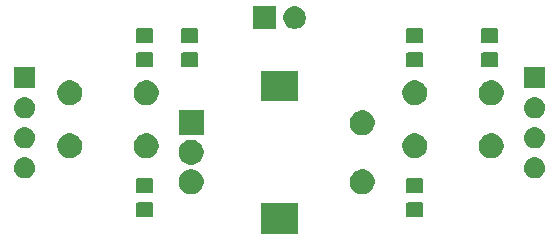
<source format=gbr>
G04 #@! TF.GenerationSoftware,KiCad,Pcbnew,(5.0.2-5)-5*
G04 #@! TF.CreationDate,2019-10-01T20:51:56+03:00*
G04 #@! TF.ProjectId,nav_panel,6e61765f-7061-46e6-956c-2e6b69636164,rev?*
G04 #@! TF.SameCoordinates,Original*
G04 #@! TF.FileFunction,Soldermask,Bot*
G04 #@! TF.FilePolarity,Negative*
%FSLAX46Y46*%
G04 Gerber Fmt 4.6, Leading zero omitted, Abs format (unit mm)*
G04 Created by KiCad (PCBNEW (5.0.2-5)-5) date 2019 October 01, Tuesday 20:51:56*
%MOMM*%
%LPD*%
G01*
G04 APERTURE LIST*
%ADD10C,0.100000*%
G04 APERTURE END LIST*
D10*
G36*
X150148000Y-99571000D02*
X147046000Y-99571000D01*
X147046000Y-96969000D01*
X150148000Y-96969000D01*
X150148000Y-99571000D01*
X150148000Y-99571000D01*
G37*
G36*
X160608677Y-96923465D02*
X160646364Y-96934898D01*
X160681103Y-96953466D01*
X160711548Y-96978452D01*
X160736534Y-97008897D01*
X160755102Y-97043636D01*
X160766535Y-97081323D01*
X160771000Y-97126661D01*
X160771000Y-97963339D01*
X160766535Y-98008677D01*
X160755102Y-98046364D01*
X160736534Y-98081103D01*
X160711548Y-98111548D01*
X160681103Y-98136534D01*
X160646364Y-98155102D01*
X160608677Y-98166535D01*
X160563339Y-98171000D01*
X159476661Y-98171000D01*
X159431323Y-98166535D01*
X159393636Y-98155102D01*
X159358897Y-98136534D01*
X159328452Y-98111548D01*
X159303466Y-98081103D01*
X159284898Y-98046364D01*
X159273465Y-98008677D01*
X159269000Y-97963339D01*
X159269000Y-97126661D01*
X159273465Y-97081323D01*
X159284898Y-97043636D01*
X159303466Y-97008897D01*
X159328452Y-96978452D01*
X159358897Y-96953466D01*
X159393636Y-96934898D01*
X159431323Y-96923465D01*
X159476661Y-96919000D01*
X160563339Y-96919000D01*
X160608677Y-96923465D01*
X160608677Y-96923465D01*
G37*
G36*
X137748677Y-96923465D02*
X137786364Y-96934898D01*
X137821103Y-96953466D01*
X137851548Y-96978452D01*
X137876534Y-97008897D01*
X137895102Y-97043636D01*
X137906535Y-97081323D01*
X137911000Y-97126661D01*
X137911000Y-97963339D01*
X137906535Y-98008677D01*
X137895102Y-98046364D01*
X137876534Y-98081103D01*
X137851548Y-98111548D01*
X137821103Y-98136534D01*
X137786364Y-98155102D01*
X137748677Y-98166535D01*
X137703339Y-98171000D01*
X136616661Y-98171000D01*
X136571323Y-98166535D01*
X136533636Y-98155102D01*
X136498897Y-98136534D01*
X136468452Y-98111548D01*
X136443466Y-98081103D01*
X136424898Y-98046364D01*
X136413465Y-98008677D01*
X136409000Y-97963339D01*
X136409000Y-97126661D01*
X136413465Y-97081323D01*
X136424898Y-97043636D01*
X136443466Y-97008897D01*
X136468452Y-96978452D01*
X136498897Y-96953466D01*
X136533636Y-96934898D01*
X136571323Y-96923465D01*
X136616661Y-96919000D01*
X137703339Y-96919000D01*
X137748677Y-96923465D01*
X137748677Y-96923465D01*
G37*
G36*
X155903565Y-94159389D02*
X156094834Y-94238615D01*
X156266976Y-94353637D01*
X156413363Y-94500024D01*
X156528385Y-94672166D01*
X156607611Y-94863435D01*
X156648000Y-95066484D01*
X156648000Y-95273516D01*
X156607611Y-95476565D01*
X156528385Y-95667834D01*
X156413363Y-95839976D01*
X156266976Y-95986363D01*
X156094834Y-96101385D01*
X155903565Y-96180611D01*
X155700516Y-96221000D01*
X155493484Y-96221000D01*
X155290435Y-96180611D01*
X155099166Y-96101385D01*
X154927024Y-95986363D01*
X154780637Y-95839976D01*
X154665615Y-95667834D01*
X154586389Y-95476565D01*
X154546000Y-95273516D01*
X154546000Y-95066484D01*
X154586389Y-94863435D01*
X154665615Y-94672166D01*
X154780637Y-94500024D01*
X154927024Y-94353637D01*
X155099166Y-94238615D01*
X155290435Y-94159389D01*
X155493484Y-94119000D01*
X155700516Y-94119000D01*
X155903565Y-94159389D01*
X155903565Y-94159389D01*
G37*
G36*
X141403565Y-94159389D02*
X141594834Y-94238615D01*
X141766976Y-94353637D01*
X141913363Y-94500024D01*
X142028385Y-94672166D01*
X142107611Y-94863435D01*
X142148000Y-95066484D01*
X142148000Y-95273516D01*
X142107611Y-95476565D01*
X142028385Y-95667834D01*
X141913363Y-95839976D01*
X141766976Y-95986363D01*
X141594834Y-96101385D01*
X141403565Y-96180611D01*
X141200516Y-96221000D01*
X140993484Y-96221000D01*
X140790435Y-96180611D01*
X140599166Y-96101385D01*
X140427024Y-95986363D01*
X140280637Y-95839976D01*
X140165615Y-95667834D01*
X140086389Y-95476565D01*
X140046000Y-95273516D01*
X140046000Y-95066484D01*
X140086389Y-94863435D01*
X140165615Y-94672166D01*
X140280637Y-94500024D01*
X140427024Y-94353637D01*
X140599166Y-94238615D01*
X140790435Y-94159389D01*
X140993484Y-94119000D01*
X141200516Y-94119000D01*
X141403565Y-94159389D01*
X141403565Y-94159389D01*
G37*
G36*
X160608677Y-94873465D02*
X160646364Y-94884898D01*
X160681103Y-94903466D01*
X160711548Y-94928452D01*
X160736534Y-94958897D01*
X160755102Y-94993636D01*
X160766535Y-95031323D01*
X160771000Y-95076661D01*
X160771000Y-95913339D01*
X160766535Y-95958677D01*
X160755102Y-95996364D01*
X160736534Y-96031103D01*
X160711548Y-96061548D01*
X160681103Y-96086534D01*
X160646364Y-96105102D01*
X160608677Y-96116535D01*
X160563339Y-96121000D01*
X159476661Y-96121000D01*
X159431323Y-96116535D01*
X159393636Y-96105102D01*
X159358897Y-96086534D01*
X159328452Y-96061548D01*
X159303466Y-96031103D01*
X159284898Y-95996364D01*
X159273465Y-95958677D01*
X159269000Y-95913339D01*
X159269000Y-95076661D01*
X159273465Y-95031323D01*
X159284898Y-94993636D01*
X159303466Y-94958897D01*
X159328452Y-94928452D01*
X159358897Y-94903466D01*
X159393636Y-94884898D01*
X159431323Y-94873465D01*
X159476661Y-94869000D01*
X160563339Y-94869000D01*
X160608677Y-94873465D01*
X160608677Y-94873465D01*
G37*
G36*
X137748677Y-94873465D02*
X137786364Y-94884898D01*
X137821103Y-94903466D01*
X137851548Y-94928452D01*
X137876534Y-94958897D01*
X137895102Y-94993636D01*
X137906535Y-95031323D01*
X137911000Y-95076661D01*
X137911000Y-95913339D01*
X137906535Y-95958677D01*
X137895102Y-95996364D01*
X137876534Y-96031103D01*
X137851548Y-96061548D01*
X137821103Y-96086534D01*
X137786364Y-96105102D01*
X137748677Y-96116535D01*
X137703339Y-96121000D01*
X136616661Y-96121000D01*
X136571323Y-96116535D01*
X136533636Y-96105102D01*
X136498897Y-96086534D01*
X136468452Y-96061548D01*
X136443466Y-96031103D01*
X136424898Y-95996364D01*
X136413465Y-95958677D01*
X136409000Y-95913339D01*
X136409000Y-95076661D01*
X136413465Y-95031323D01*
X136424898Y-94993636D01*
X136443466Y-94958897D01*
X136468452Y-94928452D01*
X136498897Y-94903466D01*
X136533636Y-94884898D01*
X136571323Y-94873465D01*
X136616661Y-94869000D01*
X137703339Y-94869000D01*
X137748677Y-94873465D01*
X137748677Y-94873465D01*
G37*
G36*
X127110443Y-93085519D02*
X127176627Y-93092037D01*
X127289853Y-93126384D01*
X127346467Y-93143557D01*
X127485087Y-93217652D01*
X127502991Y-93227222D01*
X127538729Y-93256552D01*
X127640186Y-93339814D01*
X127723448Y-93441271D01*
X127752778Y-93477009D01*
X127752779Y-93477011D01*
X127836443Y-93633533D01*
X127836443Y-93633534D01*
X127887963Y-93803373D01*
X127905359Y-93980000D01*
X127887963Y-94156627D01*
X127863092Y-94238615D01*
X127836443Y-94326467D01*
X127821921Y-94353635D01*
X127752778Y-94482991D01*
X127723448Y-94518729D01*
X127640186Y-94620186D01*
X127538729Y-94703448D01*
X127502991Y-94732778D01*
X127502989Y-94732779D01*
X127346467Y-94816443D01*
X127289853Y-94833616D01*
X127176627Y-94867963D01*
X127120763Y-94873465D01*
X127044260Y-94881000D01*
X126955740Y-94881000D01*
X126879237Y-94873465D01*
X126823373Y-94867963D01*
X126710147Y-94833616D01*
X126653533Y-94816443D01*
X126497011Y-94732779D01*
X126497009Y-94732778D01*
X126461271Y-94703448D01*
X126359814Y-94620186D01*
X126276552Y-94518729D01*
X126247222Y-94482991D01*
X126178079Y-94353635D01*
X126163557Y-94326467D01*
X126136908Y-94238615D01*
X126112037Y-94156627D01*
X126094641Y-93980000D01*
X126112037Y-93803373D01*
X126163557Y-93633534D01*
X126163557Y-93633533D01*
X126247221Y-93477011D01*
X126247222Y-93477009D01*
X126276552Y-93441271D01*
X126359814Y-93339814D01*
X126461271Y-93256552D01*
X126497009Y-93227222D01*
X126514913Y-93217652D01*
X126653533Y-93143557D01*
X126710147Y-93126384D01*
X126823373Y-93092037D01*
X126889557Y-93085519D01*
X126955740Y-93079000D01*
X127044260Y-93079000D01*
X127110443Y-93085519D01*
X127110443Y-93085519D01*
G37*
G36*
X170290443Y-93085519D02*
X170356627Y-93092037D01*
X170469853Y-93126384D01*
X170526467Y-93143557D01*
X170665087Y-93217652D01*
X170682991Y-93227222D01*
X170718729Y-93256552D01*
X170820186Y-93339814D01*
X170903448Y-93441271D01*
X170932778Y-93477009D01*
X170932779Y-93477011D01*
X171016443Y-93633533D01*
X171016443Y-93633534D01*
X171067963Y-93803373D01*
X171085359Y-93980000D01*
X171067963Y-94156627D01*
X171043092Y-94238615D01*
X171016443Y-94326467D01*
X171001921Y-94353635D01*
X170932778Y-94482991D01*
X170903448Y-94518729D01*
X170820186Y-94620186D01*
X170718729Y-94703448D01*
X170682991Y-94732778D01*
X170682989Y-94732779D01*
X170526467Y-94816443D01*
X170469853Y-94833616D01*
X170356627Y-94867963D01*
X170300763Y-94873465D01*
X170224260Y-94881000D01*
X170135740Y-94881000D01*
X170059237Y-94873465D01*
X170003373Y-94867963D01*
X169890147Y-94833616D01*
X169833533Y-94816443D01*
X169677011Y-94732779D01*
X169677009Y-94732778D01*
X169641271Y-94703448D01*
X169539814Y-94620186D01*
X169456552Y-94518729D01*
X169427222Y-94482991D01*
X169358079Y-94353635D01*
X169343557Y-94326467D01*
X169316908Y-94238615D01*
X169292037Y-94156627D01*
X169274641Y-93980000D01*
X169292037Y-93803373D01*
X169343557Y-93633534D01*
X169343557Y-93633533D01*
X169427221Y-93477011D01*
X169427222Y-93477009D01*
X169456552Y-93441271D01*
X169539814Y-93339814D01*
X169641271Y-93256552D01*
X169677009Y-93227222D01*
X169694913Y-93217652D01*
X169833533Y-93143557D01*
X169890147Y-93126384D01*
X170003373Y-93092037D01*
X170069557Y-93085519D01*
X170135740Y-93079000D01*
X170224260Y-93079000D01*
X170290443Y-93085519D01*
X170290443Y-93085519D01*
G37*
G36*
X141403565Y-91659389D02*
X141594834Y-91738615D01*
X141766976Y-91853637D01*
X141913363Y-92000024D01*
X142028385Y-92172166D01*
X142107611Y-92363435D01*
X142148000Y-92566484D01*
X142148000Y-92773516D01*
X142107611Y-92976565D01*
X142028385Y-93167834D01*
X141913363Y-93339976D01*
X141766976Y-93486363D01*
X141594834Y-93601385D01*
X141403565Y-93680611D01*
X141200516Y-93721000D01*
X140993484Y-93721000D01*
X140790435Y-93680611D01*
X140599166Y-93601385D01*
X140427024Y-93486363D01*
X140280637Y-93339976D01*
X140165615Y-93167834D01*
X140086389Y-92976565D01*
X140046000Y-92773516D01*
X140046000Y-92566484D01*
X140086389Y-92363435D01*
X140165615Y-92172166D01*
X140280637Y-92000024D01*
X140427024Y-91853637D01*
X140599166Y-91738615D01*
X140790435Y-91659389D01*
X140993484Y-91619000D01*
X141200516Y-91619000D01*
X141403565Y-91659389D01*
X141403565Y-91659389D01*
G37*
G36*
X166826565Y-91119389D02*
X167017834Y-91198615D01*
X167189976Y-91313637D01*
X167336363Y-91460024D01*
X167451385Y-91632166D01*
X167530611Y-91823435D01*
X167571000Y-92026484D01*
X167571000Y-92233516D01*
X167530611Y-92436565D01*
X167451385Y-92627834D01*
X167336363Y-92799976D01*
X167189976Y-92946363D01*
X167017834Y-93061385D01*
X166826565Y-93140611D01*
X166623516Y-93181000D01*
X166416484Y-93181000D01*
X166213435Y-93140611D01*
X166022166Y-93061385D01*
X165850024Y-92946363D01*
X165703637Y-92799976D01*
X165588615Y-92627834D01*
X165509389Y-92436565D01*
X165469000Y-92233516D01*
X165469000Y-92026484D01*
X165509389Y-91823435D01*
X165588615Y-91632166D01*
X165703637Y-91460024D01*
X165850024Y-91313637D01*
X166022166Y-91198615D01*
X166213435Y-91119389D01*
X166416484Y-91079000D01*
X166623516Y-91079000D01*
X166826565Y-91119389D01*
X166826565Y-91119389D01*
G37*
G36*
X160326565Y-91119389D02*
X160517834Y-91198615D01*
X160689976Y-91313637D01*
X160836363Y-91460024D01*
X160951385Y-91632166D01*
X161030611Y-91823435D01*
X161071000Y-92026484D01*
X161071000Y-92233516D01*
X161030611Y-92436565D01*
X160951385Y-92627834D01*
X160836363Y-92799976D01*
X160689976Y-92946363D01*
X160517834Y-93061385D01*
X160326565Y-93140611D01*
X160123516Y-93181000D01*
X159916484Y-93181000D01*
X159713435Y-93140611D01*
X159522166Y-93061385D01*
X159350024Y-92946363D01*
X159203637Y-92799976D01*
X159088615Y-92627834D01*
X159009389Y-92436565D01*
X158969000Y-92233516D01*
X158969000Y-92026484D01*
X159009389Y-91823435D01*
X159088615Y-91632166D01*
X159203637Y-91460024D01*
X159350024Y-91313637D01*
X159522166Y-91198615D01*
X159713435Y-91119389D01*
X159916484Y-91079000D01*
X160123516Y-91079000D01*
X160326565Y-91119389D01*
X160326565Y-91119389D01*
G37*
G36*
X137616565Y-91119389D02*
X137807834Y-91198615D01*
X137979976Y-91313637D01*
X138126363Y-91460024D01*
X138241385Y-91632166D01*
X138320611Y-91823435D01*
X138361000Y-92026484D01*
X138361000Y-92233516D01*
X138320611Y-92436565D01*
X138241385Y-92627834D01*
X138126363Y-92799976D01*
X137979976Y-92946363D01*
X137807834Y-93061385D01*
X137616565Y-93140611D01*
X137413516Y-93181000D01*
X137206484Y-93181000D01*
X137003435Y-93140611D01*
X136812166Y-93061385D01*
X136640024Y-92946363D01*
X136493637Y-92799976D01*
X136378615Y-92627834D01*
X136299389Y-92436565D01*
X136259000Y-92233516D01*
X136259000Y-92026484D01*
X136299389Y-91823435D01*
X136378615Y-91632166D01*
X136493637Y-91460024D01*
X136640024Y-91313637D01*
X136812166Y-91198615D01*
X137003435Y-91119389D01*
X137206484Y-91079000D01*
X137413516Y-91079000D01*
X137616565Y-91119389D01*
X137616565Y-91119389D01*
G37*
G36*
X131116565Y-91119389D02*
X131307834Y-91198615D01*
X131479976Y-91313637D01*
X131626363Y-91460024D01*
X131741385Y-91632166D01*
X131820611Y-91823435D01*
X131861000Y-92026484D01*
X131861000Y-92233516D01*
X131820611Y-92436565D01*
X131741385Y-92627834D01*
X131626363Y-92799976D01*
X131479976Y-92946363D01*
X131307834Y-93061385D01*
X131116565Y-93140611D01*
X130913516Y-93181000D01*
X130706484Y-93181000D01*
X130503435Y-93140611D01*
X130312166Y-93061385D01*
X130140024Y-92946363D01*
X129993637Y-92799976D01*
X129878615Y-92627834D01*
X129799389Y-92436565D01*
X129759000Y-92233516D01*
X129759000Y-92026484D01*
X129799389Y-91823435D01*
X129878615Y-91632166D01*
X129993637Y-91460024D01*
X130140024Y-91313637D01*
X130312166Y-91198615D01*
X130503435Y-91119389D01*
X130706484Y-91079000D01*
X130913516Y-91079000D01*
X131116565Y-91119389D01*
X131116565Y-91119389D01*
G37*
G36*
X170290443Y-90545519D02*
X170356627Y-90552037D01*
X170469853Y-90586384D01*
X170526467Y-90603557D01*
X170646719Y-90667834D01*
X170682991Y-90687222D01*
X170718729Y-90716552D01*
X170820186Y-90799814D01*
X170903448Y-90901271D01*
X170932778Y-90937009D01*
X170932779Y-90937011D01*
X171016443Y-91093533D01*
X171018825Y-91101385D01*
X171067963Y-91263373D01*
X171085359Y-91440000D01*
X171067963Y-91616627D01*
X171063249Y-91632166D01*
X171016443Y-91786467D01*
X170996683Y-91823435D01*
X170932778Y-91942991D01*
X170903448Y-91978729D01*
X170820186Y-92080186D01*
X170718729Y-92163448D01*
X170682991Y-92192778D01*
X170682989Y-92192779D01*
X170526467Y-92276443D01*
X170469853Y-92293616D01*
X170356627Y-92327963D01*
X170290443Y-92334481D01*
X170224260Y-92341000D01*
X170135740Y-92341000D01*
X170069557Y-92334481D01*
X170003373Y-92327963D01*
X169890147Y-92293616D01*
X169833533Y-92276443D01*
X169677011Y-92192779D01*
X169677009Y-92192778D01*
X169641271Y-92163448D01*
X169539814Y-92080186D01*
X169456552Y-91978729D01*
X169427222Y-91942991D01*
X169363317Y-91823435D01*
X169343557Y-91786467D01*
X169296751Y-91632166D01*
X169292037Y-91616627D01*
X169274641Y-91440000D01*
X169292037Y-91263373D01*
X169341175Y-91101385D01*
X169343557Y-91093533D01*
X169427221Y-90937011D01*
X169427222Y-90937009D01*
X169456552Y-90901271D01*
X169539814Y-90799814D01*
X169641271Y-90716552D01*
X169677009Y-90687222D01*
X169713281Y-90667834D01*
X169833533Y-90603557D01*
X169890147Y-90586384D01*
X170003373Y-90552037D01*
X170069558Y-90545518D01*
X170135740Y-90539000D01*
X170224260Y-90539000D01*
X170290443Y-90545519D01*
X170290443Y-90545519D01*
G37*
G36*
X127110443Y-90545519D02*
X127176627Y-90552037D01*
X127289853Y-90586384D01*
X127346467Y-90603557D01*
X127466719Y-90667834D01*
X127502991Y-90687222D01*
X127538729Y-90716552D01*
X127640186Y-90799814D01*
X127723448Y-90901271D01*
X127752778Y-90937009D01*
X127752779Y-90937011D01*
X127836443Y-91093533D01*
X127838825Y-91101385D01*
X127887963Y-91263373D01*
X127905359Y-91440000D01*
X127887963Y-91616627D01*
X127883249Y-91632166D01*
X127836443Y-91786467D01*
X127816683Y-91823435D01*
X127752778Y-91942991D01*
X127723448Y-91978729D01*
X127640186Y-92080186D01*
X127538729Y-92163448D01*
X127502991Y-92192778D01*
X127502989Y-92192779D01*
X127346467Y-92276443D01*
X127289853Y-92293616D01*
X127176627Y-92327963D01*
X127110443Y-92334481D01*
X127044260Y-92341000D01*
X126955740Y-92341000D01*
X126889557Y-92334481D01*
X126823373Y-92327963D01*
X126710147Y-92293616D01*
X126653533Y-92276443D01*
X126497011Y-92192779D01*
X126497009Y-92192778D01*
X126461271Y-92163448D01*
X126359814Y-92080186D01*
X126276552Y-91978729D01*
X126247222Y-91942991D01*
X126183317Y-91823435D01*
X126163557Y-91786467D01*
X126116751Y-91632166D01*
X126112037Y-91616627D01*
X126094641Y-91440000D01*
X126112037Y-91263373D01*
X126161175Y-91101385D01*
X126163557Y-91093533D01*
X126247221Y-90937011D01*
X126247222Y-90937009D01*
X126276552Y-90901271D01*
X126359814Y-90799814D01*
X126461271Y-90716552D01*
X126497009Y-90687222D01*
X126533281Y-90667834D01*
X126653533Y-90603557D01*
X126710147Y-90586384D01*
X126823373Y-90552037D01*
X126889557Y-90545519D01*
X126955740Y-90539000D01*
X127044260Y-90539000D01*
X127110443Y-90545519D01*
X127110443Y-90545519D01*
G37*
G36*
X142148000Y-91221000D02*
X140046000Y-91221000D01*
X140046000Y-89119000D01*
X142148000Y-89119000D01*
X142148000Y-91221000D01*
X142148000Y-91221000D01*
G37*
G36*
X155903565Y-89159389D02*
X156094834Y-89238615D01*
X156266976Y-89353637D01*
X156413363Y-89500024D01*
X156528385Y-89672166D01*
X156607611Y-89863435D01*
X156648000Y-90066484D01*
X156648000Y-90273516D01*
X156607611Y-90476565D01*
X156528385Y-90667834D01*
X156413363Y-90839976D01*
X156266976Y-90986363D01*
X156094834Y-91101385D01*
X155903565Y-91180611D01*
X155700516Y-91221000D01*
X155493484Y-91221000D01*
X155290435Y-91180611D01*
X155099166Y-91101385D01*
X154927024Y-90986363D01*
X154780637Y-90839976D01*
X154665615Y-90667834D01*
X154586389Y-90476565D01*
X154546000Y-90273516D01*
X154546000Y-90066484D01*
X154586389Y-89863435D01*
X154665615Y-89672166D01*
X154780637Y-89500024D01*
X154927024Y-89353637D01*
X155099166Y-89238615D01*
X155290435Y-89159389D01*
X155493484Y-89119000D01*
X155700516Y-89119000D01*
X155903565Y-89159389D01*
X155903565Y-89159389D01*
G37*
G36*
X127110443Y-88005519D02*
X127176627Y-88012037D01*
X127289853Y-88046384D01*
X127346467Y-88063557D01*
X127466719Y-88127834D01*
X127502991Y-88147222D01*
X127538729Y-88176552D01*
X127640186Y-88259814D01*
X127723448Y-88361271D01*
X127752778Y-88397009D01*
X127752779Y-88397011D01*
X127836443Y-88553533D01*
X127838825Y-88561385D01*
X127887963Y-88723373D01*
X127905359Y-88900000D01*
X127887963Y-89076627D01*
X127875109Y-89119000D01*
X127836443Y-89246467D01*
X127762348Y-89385087D01*
X127752778Y-89402991D01*
X127723448Y-89438729D01*
X127640186Y-89540186D01*
X127538729Y-89623448D01*
X127502991Y-89652778D01*
X127502989Y-89652779D01*
X127346467Y-89736443D01*
X127289853Y-89753616D01*
X127176627Y-89787963D01*
X127110443Y-89794481D01*
X127044260Y-89801000D01*
X126955740Y-89801000D01*
X126889557Y-89794481D01*
X126823373Y-89787963D01*
X126710147Y-89753616D01*
X126653533Y-89736443D01*
X126497011Y-89652779D01*
X126497009Y-89652778D01*
X126461271Y-89623448D01*
X126359814Y-89540186D01*
X126276552Y-89438729D01*
X126247222Y-89402991D01*
X126237652Y-89385087D01*
X126163557Y-89246467D01*
X126124891Y-89119000D01*
X126112037Y-89076627D01*
X126094641Y-88900000D01*
X126112037Y-88723373D01*
X126161175Y-88561385D01*
X126163557Y-88553533D01*
X126247221Y-88397011D01*
X126247222Y-88397009D01*
X126276552Y-88361271D01*
X126359814Y-88259814D01*
X126461271Y-88176552D01*
X126497009Y-88147222D01*
X126533281Y-88127834D01*
X126653533Y-88063557D01*
X126710147Y-88046384D01*
X126823373Y-88012037D01*
X126889557Y-88005519D01*
X126955740Y-87999000D01*
X127044260Y-87999000D01*
X127110443Y-88005519D01*
X127110443Y-88005519D01*
G37*
G36*
X170290443Y-88005519D02*
X170356627Y-88012037D01*
X170469853Y-88046384D01*
X170526467Y-88063557D01*
X170646719Y-88127834D01*
X170682991Y-88147222D01*
X170718729Y-88176552D01*
X170820186Y-88259814D01*
X170903448Y-88361271D01*
X170932778Y-88397009D01*
X170932779Y-88397011D01*
X171016443Y-88553533D01*
X171018825Y-88561385D01*
X171067963Y-88723373D01*
X171085359Y-88900000D01*
X171067963Y-89076627D01*
X171055109Y-89119000D01*
X171016443Y-89246467D01*
X170942348Y-89385087D01*
X170932778Y-89402991D01*
X170903448Y-89438729D01*
X170820186Y-89540186D01*
X170718729Y-89623448D01*
X170682991Y-89652778D01*
X170682989Y-89652779D01*
X170526467Y-89736443D01*
X170469853Y-89753616D01*
X170356627Y-89787963D01*
X170290443Y-89794481D01*
X170224260Y-89801000D01*
X170135740Y-89801000D01*
X170069557Y-89794481D01*
X170003373Y-89787963D01*
X169890147Y-89753616D01*
X169833533Y-89736443D01*
X169677011Y-89652779D01*
X169677009Y-89652778D01*
X169641271Y-89623448D01*
X169539814Y-89540186D01*
X169456552Y-89438729D01*
X169427222Y-89402991D01*
X169417652Y-89385087D01*
X169343557Y-89246467D01*
X169304891Y-89119000D01*
X169292037Y-89076627D01*
X169274641Y-88900000D01*
X169292037Y-88723373D01*
X169341175Y-88561385D01*
X169343557Y-88553533D01*
X169427221Y-88397011D01*
X169427222Y-88397009D01*
X169456552Y-88361271D01*
X169539814Y-88259814D01*
X169641271Y-88176552D01*
X169677009Y-88147222D01*
X169713281Y-88127834D01*
X169833533Y-88063557D01*
X169890147Y-88046384D01*
X170003373Y-88012037D01*
X170069557Y-88005519D01*
X170135740Y-87999000D01*
X170224260Y-87999000D01*
X170290443Y-88005519D01*
X170290443Y-88005519D01*
G37*
G36*
X166826565Y-86619389D02*
X167017834Y-86698615D01*
X167189976Y-86813637D01*
X167336363Y-86960024D01*
X167451385Y-87132166D01*
X167530611Y-87323435D01*
X167571000Y-87526484D01*
X167571000Y-87733516D01*
X167530611Y-87936565D01*
X167451385Y-88127834D01*
X167336363Y-88299976D01*
X167189976Y-88446363D01*
X167017834Y-88561385D01*
X166826565Y-88640611D01*
X166623516Y-88681000D01*
X166416484Y-88681000D01*
X166213435Y-88640611D01*
X166022166Y-88561385D01*
X165850024Y-88446363D01*
X165703637Y-88299976D01*
X165588615Y-88127834D01*
X165509389Y-87936565D01*
X165469000Y-87733516D01*
X165469000Y-87526484D01*
X165509389Y-87323435D01*
X165588615Y-87132166D01*
X165703637Y-86960024D01*
X165850024Y-86813637D01*
X166022166Y-86698615D01*
X166213435Y-86619389D01*
X166416484Y-86579000D01*
X166623516Y-86579000D01*
X166826565Y-86619389D01*
X166826565Y-86619389D01*
G37*
G36*
X160326565Y-86619389D02*
X160517834Y-86698615D01*
X160689976Y-86813637D01*
X160836363Y-86960024D01*
X160951385Y-87132166D01*
X161030611Y-87323435D01*
X161071000Y-87526484D01*
X161071000Y-87733516D01*
X161030611Y-87936565D01*
X160951385Y-88127834D01*
X160836363Y-88299976D01*
X160689976Y-88446363D01*
X160517834Y-88561385D01*
X160326565Y-88640611D01*
X160123516Y-88681000D01*
X159916484Y-88681000D01*
X159713435Y-88640611D01*
X159522166Y-88561385D01*
X159350024Y-88446363D01*
X159203637Y-88299976D01*
X159088615Y-88127834D01*
X159009389Y-87936565D01*
X158969000Y-87733516D01*
X158969000Y-87526484D01*
X159009389Y-87323435D01*
X159088615Y-87132166D01*
X159203637Y-86960024D01*
X159350024Y-86813637D01*
X159522166Y-86698615D01*
X159713435Y-86619389D01*
X159916484Y-86579000D01*
X160123516Y-86579000D01*
X160326565Y-86619389D01*
X160326565Y-86619389D01*
G37*
G36*
X131116565Y-86619389D02*
X131307834Y-86698615D01*
X131479976Y-86813637D01*
X131626363Y-86960024D01*
X131741385Y-87132166D01*
X131820611Y-87323435D01*
X131861000Y-87526484D01*
X131861000Y-87733516D01*
X131820611Y-87936565D01*
X131741385Y-88127834D01*
X131626363Y-88299976D01*
X131479976Y-88446363D01*
X131307834Y-88561385D01*
X131116565Y-88640611D01*
X130913516Y-88681000D01*
X130706484Y-88681000D01*
X130503435Y-88640611D01*
X130312166Y-88561385D01*
X130140024Y-88446363D01*
X129993637Y-88299976D01*
X129878615Y-88127834D01*
X129799389Y-87936565D01*
X129759000Y-87733516D01*
X129759000Y-87526484D01*
X129799389Y-87323435D01*
X129878615Y-87132166D01*
X129993637Y-86960024D01*
X130140024Y-86813637D01*
X130312166Y-86698615D01*
X130503435Y-86619389D01*
X130706484Y-86579000D01*
X130913516Y-86579000D01*
X131116565Y-86619389D01*
X131116565Y-86619389D01*
G37*
G36*
X137616565Y-86619389D02*
X137807834Y-86698615D01*
X137979976Y-86813637D01*
X138126363Y-86960024D01*
X138241385Y-87132166D01*
X138320611Y-87323435D01*
X138361000Y-87526484D01*
X138361000Y-87733516D01*
X138320611Y-87936565D01*
X138241385Y-88127834D01*
X138126363Y-88299976D01*
X137979976Y-88446363D01*
X137807834Y-88561385D01*
X137616565Y-88640611D01*
X137413516Y-88681000D01*
X137206484Y-88681000D01*
X137003435Y-88640611D01*
X136812166Y-88561385D01*
X136640024Y-88446363D01*
X136493637Y-88299976D01*
X136378615Y-88127834D01*
X136299389Y-87936565D01*
X136259000Y-87733516D01*
X136259000Y-87526484D01*
X136299389Y-87323435D01*
X136378615Y-87132166D01*
X136493637Y-86960024D01*
X136640024Y-86813637D01*
X136812166Y-86698615D01*
X137003435Y-86619389D01*
X137206484Y-86579000D01*
X137413516Y-86579000D01*
X137616565Y-86619389D01*
X137616565Y-86619389D01*
G37*
G36*
X150148000Y-88371000D02*
X147046000Y-88371000D01*
X147046000Y-85769000D01*
X150148000Y-85769000D01*
X150148000Y-88371000D01*
X150148000Y-88371000D01*
G37*
G36*
X171081000Y-87261000D02*
X169279000Y-87261000D01*
X169279000Y-85459000D01*
X171081000Y-85459000D01*
X171081000Y-87261000D01*
X171081000Y-87261000D01*
G37*
G36*
X127901000Y-87261000D02*
X126099000Y-87261000D01*
X126099000Y-85459000D01*
X127901000Y-85459000D01*
X127901000Y-87261000D01*
X127901000Y-87261000D01*
G37*
G36*
X166958677Y-84223465D02*
X166996364Y-84234898D01*
X167031103Y-84253466D01*
X167061548Y-84278452D01*
X167086534Y-84308897D01*
X167105102Y-84343636D01*
X167116535Y-84381323D01*
X167121000Y-84426661D01*
X167121000Y-85263339D01*
X167116535Y-85308677D01*
X167105102Y-85346364D01*
X167086534Y-85381103D01*
X167061548Y-85411548D01*
X167031103Y-85436534D01*
X166996364Y-85455102D01*
X166958677Y-85466535D01*
X166913339Y-85471000D01*
X165826661Y-85471000D01*
X165781323Y-85466535D01*
X165743636Y-85455102D01*
X165708897Y-85436534D01*
X165678452Y-85411548D01*
X165653466Y-85381103D01*
X165634898Y-85346364D01*
X165623465Y-85308677D01*
X165619000Y-85263339D01*
X165619000Y-84426661D01*
X165623465Y-84381323D01*
X165634898Y-84343636D01*
X165653466Y-84308897D01*
X165678452Y-84278452D01*
X165708897Y-84253466D01*
X165743636Y-84234898D01*
X165781323Y-84223465D01*
X165826661Y-84219000D01*
X166913339Y-84219000D01*
X166958677Y-84223465D01*
X166958677Y-84223465D01*
G37*
G36*
X141558677Y-84223465D02*
X141596364Y-84234898D01*
X141631103Y-84253466D01*
X141661548Y-84278452D01*
X141686534Y-84308897D01*
X141705102Y-84343636D01*
X141716535Y-84381323D01*
X141721000Y-84426661D01*
X141721000Y-85263339D01*
X141716535Y-85308677D01*
X141705102Y-85346364D01*
X141686534Y-85381103D01*
X141661548Y-85411548D01*
X141631103Y-85436534D01*
X141596364Y-85455102D01*
X141558677Y-85466535D01*
X141513339Y-85471000D01*
X140426661Y-85471000D01*
X140381323Y-85466535D01*
X140343636Y-85455102D01*
X140308897Y-85436534D01*
X140278452Y-85411548D01*
X140253466Y-85381103D01*
X140234898Y-85346364D01*
X140223465Y-85308677D01*
X140219000Y-85263339D01*
X140219000Y-84426661D01*
X140223465Y-84381323D01*
X140234898Y-84343636D01*
X140253466Y-84308897D01*
X140278452Y-84278452D01*
X140308897Y-84253466D01*
X140343636Y-84234898D01*
X140381323Y-84223465D01*
X140426661Y-84219000D01*
X141513339Y-84219000D01*
X141558677Y-84223465D01*
X141558677Y-84223465D01*
G37*
G36*
X160608677Y-84223465D02*
X160646364Y-84234898D01*
X160681103Y-84253466D01*
X160711548Y-84278452D01*
X160736534Y-84308897D01*
X160755102Y-84343636D01*
X160766535Y-84381323D01*
X160771000Y-84426661D01*
X160771000Y-85263339D01*
X160766535Y-85308677D01*
X160755102Y-85346364D01*
X160736534Y-85381103D01*
X160711548Y-85411548D01*
X160681103Y-85436534D01*
X160646364Y-85455102D01*
X160608677Y-85466535D01*
X160563339Y-85471000D01*
X159476661Y-85471000D01*
X159431323Y-85466535D01*
X159393636Y-85455102D01*
X159358897Y-85436534D01*
X159328452Y-85411548D01*
X159303466Y-85381103D01*
X159284898Y-85346364D01*
X159273465Y-85308677D01*
X159269000Y-85263339D01*
X159269000Y-84426661D01*
X159273465Y-84381323D01*
X159284898Y-84343636D01*
X159303466Y-84308897D01*
X159328452Y-84278452D01*
X159358897Y-84253466D01*
X159393636Y-84234898D01*
X159431323Y-84223465D01*
X159476661Y-84219000D01*
X160563339Y-84219000D01*
X160608677Y-84223465D01*
X160608677Y-84223465D01*
G37*
G36*
X137748677Y-84223465D02*
X137786364Y-84234898D01*
X137821103Y-84253466D01*
X137851548Y-84278452D01*
X137876534Y-84308897D01*
X137895102Y-84343636D01*
X137906535Y-84381323D01*
X137911000Y-84426661D01*
X137911000Y-85263339D01*
X137906535Y-85308677D01*
X137895102Y-85346364D01*
X137876534Y-85381103D01*
X137851548Y-85411548D01*
X137821103Y-85436534D01*
X137786364Y-85455102D01*
X137748677Y-85466535D01*
X137703339Y-85471000D01*
X136616661Y-85471000D01*
X136571323Y-85466535D01*
X136533636Y-85455102D01*
X136498897Y-85436534D01*
X136468452Y-85411548D01*
X136443466Y-85381103D01*
X136424898Y-85346364D01*
X136413465Y-85308677D01*
X136409000Y-85263339D01*
X136409000Y-84426661D01*
X136413465Y-84381323D01*
X136424898Y-84343636D01*
X136443466Y-84308897D01*
X136468452Y-84278452D01*
X136498897Y-84253466D01*
X136533636Y-84234898D01*
X136571323Y-84223465D01*
X136616661Y-84219000D01*
X137703339Y-84219000D01*
X137748677Y-84223465D01*
X137748677Y-84223465D01*
G37*
G36*
X141558677Y-82173465D02*
X141596364Y-82184898D01*
X141631103Y-82203466D01*
X141661548Y-82228452D01*
X141686534Y-82258897D01*
X141705102Y-82293636D01*
X141716535Y-82331323D01*
X141721000Y-82376661D01*
X141721000Y-83213339D01*
X141716535Y-83258677D01*
X141705102Y-83296364D01*
X141686534Y-83331103D01*
X141661548Y-83361548D01*
X141631103Y-83386534D01*
X141596364Y-83405102D01*
X141558677Y-83416535D01*
X141513339Y-83421000D01*
X140426661Y-83421000D01*
X140381323Y-83416535D01*
X140343636Y-83405102D01*
X140308897Y-83386534D01*
X140278452Y-83361548D01*
X140253466Y-83331103D01*
X140234898Y-83296364D01*
X140223465Y-83258677D01*
X140219000Y-83213339D01*
X140219000Y-82376661D01*
X140223465Y-82331323D01*
X140234898Y-82293636D01*
X140253466Y-82258897D01*
X140278452Y-82228452D01*
X140308897Y-82203466D01*
X140343636Y-82184898D01*
X140381323Y-82173465D01*
X140426661Y-82169000D01*
X141513339Y-82169000D01*
X141558677Y-82173465D01*
X141558677Y-82173465D01*
G37*
G36*
X160608677Y-82173465D02*
X160646364Y-82184898D01*
X160681103Y-82203466D01*
X160711548Y-82228452D01*
X160736534Y-82258897D01*
X160755102Y-82293636D01*
X160766535Y-82331323D01*
X160771000Y-82376661D01*
X160771000Y-83213339D01*
X160766535Y-83258677D01*
X160755102Y-83296364D01*
X160736534Y-83331103D01*
X160711548Y-83361548D01*
X160681103Y-83386534D01*
X160646364Y-83405102D01*
X160608677Y-83416535D01*
X160563339Y-83421000D01*
X159476661Y-83421000D01*
X159431323Y-83416535D01*
X159393636Y-83405102D01*
X159358897Y-83386534D01*
X159328452Y-83361548D01*
X159303466Y-83331103D01*
X159284898Y-83296364D01*
X159273465Y-83258677D01*
X159269000Y-83213339D01*
X159269000Y-82376661D01*
X159273465Y-82331323D01*
X159284898Y-82293636D01*
X159303466Y-82258897D01*
X159328452Y-82228452D01*
X159358897Y-82203466D01*
X159393636Y-82184898D01*
X159431323Y-82173465D01*
X159476661Y-82169000D01*
X160563339Y-82169000D01*
X160608677Y-82173465D01*
X160608677Y-82173465D01*
G37*
G36*
X137748677Y-82173465D02*
X137786364Y-82184898D01*
X137821103Y-82203466D01*
X137851548Y-82228452D01*
X137876534Y-82258897D01*
X137895102Y-82293636D01*
X137906535Y-82331323D01*
X137911000Y-82376661D01*
X137911000Y-83213339D01*
X137906535Y-83258677D01*
X137895102Y-83296364D01*
X137876534Y-83331103D01*
X137851548Y-83361548D01*
X137821103Y-83386534D01*
X137786364Y-83405102D01*
X137748677Y-83416535D01*
X137703339Y-83421000D01*
X136616661Y-83421000D01*
X136571323Y-83416535D01*
X136533636Y-83405102D01*
X136498897Y-83386534D01*
X136468452Y-83361548D01*
X136443466Y-83331103D01*
X136424898Y-83296364D01*
X136413465Y-83258677D01*
X136409000Y-83213339D01*
X136409000Y-82376661D01*
X136413465Y-82331323D01*
X136424898Y-82293636D01*
X136443466Y-82258897D01*
X136468452Y-82228452D01*
X136498897Y-82203466D01*
X136533636Y-82184898D01*
X136571323Y-82173465D01*
X136616661Y-82169000D01*
X137703339Y-82169000D01*
X137748677Y-82173465D01*
X137748677Y-82173465D01*
G37*
G36*
X166958677Y-82173465D02*
X166996364Y-82184898D01*
X167031103Y-82203466D01*
X167061548Y-82228452D01*
X167086534Y-82258897D01*
X167105102Y-82293636D01*
X167116535Y-82331323D01*
X167121000Y-82376661D01*
X167121000Y-83213339D01*
X167116535Y-83258677D01*
X167105102Y-83296364D01*
X167086534Y-83331103D01*
X167061548Y-83361548D01*
X167031103Y-83386534D01*
X166996364Y-83405102D01*
X166958677Y-83416535D01*
X166913339Y-83421000D01*
X165826661Y-83421000D01*
X165781323Y-83416535D01*
X165743636Y-83405102D01*
X165708897Y-83386534D01*
X165678452Y-83361548D01*
X165653466Y-83331103D01*
X165634898Y-83296364D01*
X165623465Y-83258677D01*
X165619000Y-83213339D01*
X165619000Y-82376661D01*
X165623465Y-82331323D01*
X165634898Y-82293636D01*
X165653466Y-82258897D01*
X165678452Y-82228452D01*
X165708897Y-82203466D01*
X165743636Y-82184898D01*
X165781323Y-82173465D01*
X165826661Y-82169000D01*
X166913339Y-82169000D01*
X166958677Y-82173465D01*
X166958677Y-82173465D01*
G37*
G36*
X150137396Y-80365546D02*
X150310466Y-80437234D01*
X150466230Y-80541312D01*
X150598688Y-80673770D01*
X150702766Y-80829534D01*
X150774454Y-81002604D01*
X150811000Y-81186333D01*
X150811000Y-81373667D01*
X150774454Y-81557396D01*
X150702766Y-81730466D01*
X150598688Y-81886230D01*
X150466230Y-82018688D01*
X150310466Y-82122766D01*
X150137396Y-82194454D01*
X149953667Y-82231000D01*
X149766333Y-82231000D01*
X149582604Y-82194454D01*
X149409534Y-82122766D01*
X149253770Y-82018688D01*
X149121312Y-81886230D01*
X149017234Y-81730466D01*
X148945546Y-81557396D01*
X148909000Y-81373667D01*
X148909000Y-81186333D01*
X148945546Y-81002604D01*
X149017234Y-80829534D01*
X149121312Y-80673770D01*
X149253770Y-80541312D01*
X149409534Y-80437234D01*
X149582604Y-80365546D01*
X149766333Y-80329000D01*
X149953667Y-80329000D01*
X150137396Y-80365546D01*
X150137396Y-80365546D01*
G37*
G36*
X148271000Y-82231000D02*
X146369000Y-82231000D01*
X146369000Y-80329000D01*
X148271000Y-80329000D01*
X148271000Y-82231000D01*
X148271000Y-82231000D01*
G37*
M02*

</source>
